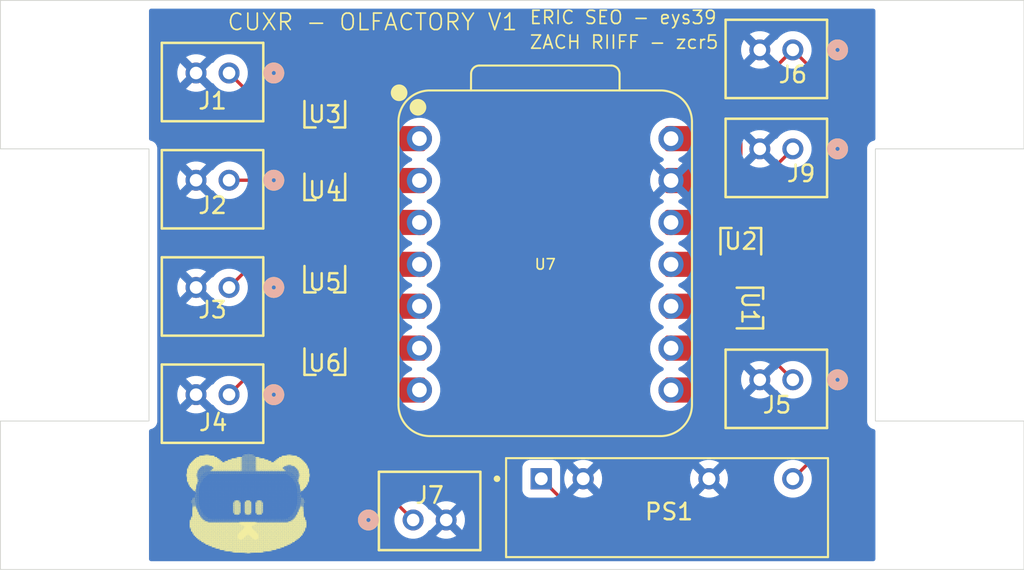
<source format=kicad_pcb>
(kicad_pcb (version 20241229) (generator "pcbnew") (generator_version "9.0")
  (layers (0 "F.Cu" signal) (2 "B.Cu" signal) (13 "F.Paste" user) (15 "B.Paste" user) (5 "F.SilkS" user "F.Silkscreen") (7 "B.SilkS" user "B.Silkscreen") (1 "F.Mask" user) (3 "B.Mask" user) (25 "Edge.Cuts" user))
  (net 0 "")
  (net 1 "5V Fan Out")
  (net 2 "Battery 2 In")
  (net 3 "Atomizer 1 Out")
  (net 4 "Net-(U1-G)")
  (net 5 "12V Fan Out")
  (net 6 "Atomizer 2 Out")
  (net 7 "Atomizer 3 Out")
  (net 8 "Net-(U2-G)")
  (net 9 "Net-(U3-G)")
  (net 10 "Atomizer 4 Out")
  (net 11 "Net-(U4-G)")
  (net 12 "Net-(U5-G)")
  (net 13 "Net-(U6-G)")
  (net 16 "GND")
  (net 19 "Battery 1 In")
  (net 21 "Converter Out")
  (footprint "footprints_connector:CONN2_B2B-PH-K-S_JST" (layer "F.Cu") (at 84.850002 68.9017)
    (property "Reference" "J3" (at -1 1.360398 0) (layer "F.SilkS"))
    (property "Value" "B2B-PH-K-S" (hide yes))
    (pad "1" thru_hole circle (at 0 0) (size 1.27 1.27) (drill 0.762) (layers "*.Cu" "*.Mask") (net 7 "Atomizer 3 Out"))
    (pad "2" thru_hole circle (at -2.000001 0) (size 1.27 1.27) (drill 0.762) (layers "*.Cu" "*.Mask") (net 16 "GND"))
  )
  (footprint "footprints:SOT_12UW-7_DIO" (layer "F.Cu") (at 115.850001 66.0983)
    (property "Reference" "U2" (at 0 0 0) (layer "F.SilkS"))
    (property "Value" "DMG1012UW-7" (hide yes))
    (pad "1" smd rect (at -0.649999 0.9017) (size 0.4572 1.1176) (layers "F.Cu" "F.Mask" "F.Paste") (net 8 "Net-(U2-G)"))
    (pad "2" smd rect (at 0.649999 0.9017) (size 0.4572 1.1176) (layers "F.Cu" "F.Mask" "F.Paste") (net 1 "5V Fan Out"))
    (pad "3" smd rect (at 0 -0.9017) (size 0.4572 1.1176) (layers "F.Cu" "F.Mask" "F.Paste") (net 2 "Battery 2 In"))
  )
  (footprint "MountingHole:MountingHole_3.2mm_M3" (layer "F.Cu") (at 75.5 81.5)
    (property "Reference" "REF**" (hide yes))
    (property "Value" "MountingHole_3.2mm_M3" (hide yes))
    (pad "" np_thru_hole circle (at 0 0) (size 3.2 3.2) (drill 3.2) (layers "*.Cu" "*.Mask"))
  )
  (footprint "footprints_connector:CONN2_B2B-PH-K-S_JST" (layer "F.Cu") (at 84.850001 62.4017)
    (property "Reference" "J2" (at -1 1.526399 0) (layer "F.SilkS"))
    (property "Value" "B2B-PH-K-S" (hide yes))
    (pad "1" thru_hole circle (at 0 0) (size 1.27 1.27) (drill 0.762) (layers "*.Cu" "*.Mask") (net 6 "Atomizer 2 Out"))
    (pad "2" thru_hole circle (at -2.000001 0) (size 1.27 1.27) (drill 0.762) (layers "*.Cu" "*.Mask") (net 16 "GND"))
  )
  (footprint "footprints:SOT_12UW-7_DIO" (layer "F.Cu") (at 116.4017 70.149999 -90)
    (property "Reference" "U1" (at 0 0 270) (layer "F.SilkS"))
    (property "Value" "DMG1012UW-7" (hide yes))
    (pad "1" smd rect (at -0.649999 0.9017 270) (size 0.4572 1.1176) (layers "F.Cu" "F.Mask" "F.Paste") (net 4 "Net-(U1-G)"))
    (pad "2" smd rect (at 0.649999 0.9017 270) (size 0.4572 1.1176) (layers "F.Cu" "F.Mask" "F.Paste") (net 5 "12V Fan Out"))
    (pad "3" smd rect (at 0 -0.9017 270) (size 0.4572 1.1176) (layers "F.Cu" "F.Mask" "F.Paste") (net 21 "Converter Out"))
  )
  (footprint "SeeedStudio_XIAO_nRF52840_v1.1_KiCAD:XIAO-nRF52840-DIP" (layer "F.Cu") (at 104 67.5)
    (property "Reference" "U7" (at 0 0 0) (layer "F.SilkS") (effects (font (size 0.635 0.635) (thickness 0.1016))))
    (property "Value" "XIAO-nRF52840-DIP" (hide yes))
    (pad "1" smd roundrect (at -8.455 -7.62 180) (size 2.432 1.524) (layers "F.Cu" "F.Mask") (roundrect_rratio 0.1))
    (pad "1" thru_hole circle (at -7.62 -7.62 180) (size 1.524 1.524) (drill 0.889) (layers "*.Cu" "*.Mask"))
    (pad "2" smd roundrect (at -8.455 -5.08 180) (size 2.432 1.524) (layers "F.Cu" "F.Mask") (roundrect_rratio 0.1) (net 9 "Net-(U3-G)"))
    (pad "2" thru_hole circle (at -7.62 -5.08 180) (size 1.524 1.524) (drill 0.889) (layers "*.Cu" "*.Mask") (net 9 "Net-(U3-G)"))
    (pad "3" smd roundrect (at -8.455 -2.54 180) (size 2.432 1.524) (layers "F.Cu" "F.Mask") (roundrect_rratio 0.1) (net 11 "Net-(U4-G)"))
    (pad "3" thru_hole circle (at -7.62 -2.54 180) (size 1.524 1.524) (drill 0.889) (layers "*.Cu" "*.Mask") (net 11 "Net-(U4-G)"))
    (pad "4" smd roundrect (at -8.455 0 180) (size 2.432 1.524) (layers "F.Cu" "F.Mask") (roundrect_rratio 0.1) (net 12 "Net-(U5-G)"))
    (pad "4" thru_hole circle (at -7.62 0 180) (size 1.524 1.524) (drill 0.889) (layers "*.Cu" "*.Mask") (net 12 "Net-(U5-G)"))
    (pad "5" smd roundrect (at -8.455 2.54 180) (size 2.432 1.524) (layers "F.Cu" "F.Mask") (roundrect_rratio 0.1) (net 13 "Net-(U6-G)"))
    (pad "5" thru_hole circle (at -7.62 2.54 180) (size 1.524 1.524) (drill 0.889) (layers "*.Cu" "*.Mask") (net 13 "Net-(U6-G)"))
    (pad "6" smd roundrect (at -8.455 5.08 180) (size 2.432 1.524) (layers "F.Cu" "F.Mask") (roundrect_rratio 0.1))
    (pad "6" thru_hole circle (at -7.62 5.08 180) (size 1.524 1.524) (drill 0.889) (layers "*.Cu" "*.Mask"))
    (pad "7" smd roundrect (at -8.455 7.62 180) (size 2.432 1.524) (layers "F.Cu" "F.Mask") (roundrect_rratio 0.1))
    (pad "7" thru_hole circle (at -7.62 7.62 180) (size 1.524 1.524) (drill 0.889) (layers "*.Cu" "*.Mask"))
    (pad "8" thru_hole circle (at 7.62 7.62) (size 1.524 1.524) (drill 0.889) (layers "*.Cu" "*.Mask"))
    (pad "8" smd roundrect (at 8.455 7.62) (size 2.432 1.524) (layers "F.Cu" "F.Mask") (roundrect_rratio 0.1))
    (pad "9" thru_hole circle (at 7.62 5.08) (size 1.524 1.524) (drill 0.889) (layers "*.Cu" "*.Mask"))
    (pad "9" smd roundrect (at 8.455 5.08) (size 2.432 1.524) (layers "F.Cu" "F.Mask") (roundrect_rratio 0.1))
    (pad "10" thru_hole circle (at 7.62 2.54) (size 1.524 1.524) (drill 0.889) (layers "*.Cu" "*.Mask") (net 4 "Net-(U1-G)"))
    (pad "10" smd roundrect (at 8.455 2.54) (size 2.432 1.524) (layers "F.Cu" "F.Mask") (roundrect_rratio 0.1) (net 4 "Net-(U1-G)"))
    (pad "11" thru_hole circle (at 7.62 0) (size 1.524 1.524) (drill 0.889) (layers "*.Cu" "*.Mask") (net 8 "Net-(U2-G)"))
    (pad "11" smd roundrect (at 8.455 0) (size 2.432 1.524) (layers "F.Cu" "F.Mask") (roundrect_rratio 0.1) (net 8 "Net-(U2-G)"))
    (pad "12" thru_hole circle (at 7.62 -2.54) (size 1.524 1.524) (drill 0.889) (layers "*.Cu" "*.Mask"))
    (pad "12" smd roundrect (at 8.455 -2.54) (size 2.432 1.524) (layers "F.Cu" "F.Mask") (roundrect_rratio 0.1))
    (pad "13" thru_hole circle (at 7.62 -5.08) (size 1.524 1.524) (drill 0.889) (layers "*.Cu" "*.Mask") (net 16 "GND"))
    (pad "13" smd roundrect (at 8.455 -5.08) (size 2.432 1.524) (layers "F.Cu" "F.Mask") (roundrect_rratio 0.1) (net 16 "GND"))
    (pad "14" thru_hole circle (at 7.62 -7.62) (size 1.524 1.524) (drill 0.889) (layers "*.Cu" "*.Mask") (net 2 "Battery 2 In"))
    (pad "14" smd roundrect (at 8.455 -7.62) (size 2.432 1.524) (layers "F.Cu" "F.Mask") (roundrect_rratio 0.1) (net 2 "Battery 2 In"))
  )
  (footprint "footprints_connector:CONN2_B2B-PH-K-S_JST" (layer "F.Cu") (at 119 60.5)
    (property "Reference" "J9" (at 0.5 1.5 0) (layer "F.SilkS"))
    (property "Value" "B2B-PH-K-S" (hide yes))
    (pad "1" thru_hole circle (at 0 0) (size 1.27 1.27) (drill 0.762) (layers "*.Cu" "*.Mask") (net 1 "5V Fan Out"))
    (pad "2" thru_hole circle (at -2.000001 0) (size 1.27 1.27) (drill 0.762) (layers "*.Cu" "*.Mask") (net 16 "GND"))
  )
  (footprint "footprints:CONV_2S7BE_0512S3U" (layer "F.Cu") (at 111.38 82.25)
    (property "Reference" "PS1" (at 0.12 0.25 0) (layer "F.SilkS"))
    (property "Value" "2S7BE_0512S3U" (hide yes))
    (pad "1" thru_hole rect (at -7.62 -1.75) (size 1.288 1.288) (drill 0.78) (layers "*.Cu" "*.Mask") (net 2 "Battery 2 In"))
    (pad "2" thru_hole circle (at -5.08 -1.75) (size 1.288 1.288) (drill 0.78) (layers "*.Cu" "*.Mask") (net 16 "GND"))
    (pad "5" thru_hole circle (at 2.54 -1.75) (size 1.288 1.288) (drill 0.78) (layers "*.Cu" "*.Mask") (net 16 "GND"))
    (pad "7" thru_hole circle (at 7.62 -1.75) (size 1.288 1.288) (drill 0.78) (layers "*.Cu" "*.Mask") (net 21 "Converter Out"))
  )
  (footprint "footprints_connector:CONN2_B2B-PH-K-S_JST" (layer "F.Cu") (at 119 54.5)
    (property "Reference" "J6" (at 0 1.5 0) (layer "F.SilkS"))
    (property "Value" "B2B-PH-K-S" (hide yes))
    (pad "1" thru_hole circle (at 0 0) (size 1.27 1.27) (drill 0.762) (layers "*.Cu" "*.Mask") (net 2 "Battery 2 In"))
    (pad "2" thru_hole circle (at -2.000001 0) (size 1.27 1.27) (drill 0.762) (layers "*.Cu" "*.Mask") (net 16 "GND"))
  )
  (footprint "MountingHole:MountingHole_3.2mm_M3" (layer "F.Cu") (at 128.5 81.5)
    (property "Reference" "REF**" (hide yes))
    (property "Value" "MountingHole_3.2mm_M3" (hide yes))
    (pad "" np_thru_hole circle (at 0 0) (size 3.2 3.2) (drill 3.2) (layers "*.Cu" "*.Mask"))
  )
  (footprint "MountingHole:MountingHole_3.2mm_M3" (layer "F.Cu") (at 75.5 56)
    (property "Reference" "REF**" (hide yes))
    (property "Value" "MountingHole_3.2mm_M3" (hide yes))
    (pad "" np_thru_hole circle (at 0 0) (size 3.2 3.2) (drill 3.2) (layers "*.Cu" "*.Mask"))
  )
  (footprint "footprints_connector:CONN2_B2B-PH-K-S_JST" (layer "F.Cu") (at 84.850001 75.4017)
    (property "Reference" "J4" (at -0.960501 1.6924 0) (layer "F.SilkS"))
    (property "Value" "B2B-PH-K-S" (hide yes))
    (pad "1" thru_hole circle (at 0 0) (size 1.27 1.27) (drill 0.762) (layers "*.Cu" "*.Mask") (net 10 "Atomizer 4 Out"))
    (pad "2" thru_hole circle (at -2.000001 0) (size 1.27 1.27) (drill 0.762) (layers "*.Cu" "*.Mask") (net 16 "GND"))
  )
  (footprint "footprints:SOT_12UW-7_DIO" (layer "F.Cu") (at 90.649999 58.4017 180)
    (property "Reference" "U3" (at 0 0 0) (layer "F.SilkS"))
    (property "Value" "DMG1012UW-7" (hide yes))
    (pad "1" smd rect (at -0.649999 0.9017 180) (size 0.4572 1.1176) (layers "F.Cu" "F.Mask" "F.Paste") (net 9 "Net-(U3-G)"))
    (pad "2" smd rect (at 0.649999 0.9017 180) (size 0.4572 1.1176) (layers "F.Cu" "F.Mask" "F.Paste") (net 3 "Atomizer 1 Out"))
    (pad "3" smd rect (at 0 -0.9017 180) (size 0.4572 1.1176) (layers "F.Cu" "F.Mask" "F.Paste") (net 19 "Battery 1 In"))
  )
  (footprint "footprints:SOT_12UW-7_DIO" (layer "F.Cu") (at 90.649999 68.4017 180)
    (property "Reference" "U5" (at 0 -0.183245 0) (layer "F.SilkS"))
    (property "Value" "DMG1012UW-7" (hide yes))
    (pad "1" smd rect (at -0.649999 0.9017 180) (size 0.4572 1.1176) (layers "F.Cu" "F.Mask" "F.Paste") (net 12 "Net-(U5-G)"))
    (pad "2" smd rect (at 0.649999 0.9017 180) (size 0.4572 1.1176) (layers "F.Cu" "F.Mask" "F.Paste") (net 7 "Atomizer 3 Out"))
    (pad "3" smd rect (at 0 -0.9017 180) (size 0.4572 1.1176) (layers "F.Cu" "F.Mask" "F.Paste") (net 19 "Battery 1 In"))
  )
  (footprint "footprints:SOT_12UW-7_DIO" (layer "F.Cu") (at 90.649999 62.8034 180)
    (property "Reference" "U4" (at 0 -0.199127 0) (layer "F.SilkS"))
    (property "Value" "DMG1012UW-7" (hide yes))
    (pad "1" smd rect (at -0.649999 0.9017 180) (size 0.4572 1.1176) (layers "F.Cu" "F.Mask" "F.Paste") (net 11 "Net-(U4-G)"))
    (pad "2" smd rect (at 0.649999 0.9017 180) (size 0.4572 1.1176) (layers "F.Cu" "F.Mask" "F.Paste") (net 6 "Atomizer 2 Out"))
    (pad "3" smd rect (at 0 -0.9017 180) (size 0.4572 1.1176) (layers "F.Cu" "F.Mask" "F.Paste") (net 19 "Battery 1 In"))
  )
  (footprint "footprints_connector:CONN2_B2B-PH-K-S_JST" (layer "F.Cu") (at 84.850001 55.9017)
    (property "Reference" "J1" (at -1 1.6924 0) (layer "F.SilkS"))
    (property "Value" "B2B-PH-K-S" (hide yes))
    (pad "1" thru_hole circle (at 0 0) (size 1.27 1.27) (drill 0.762) (layers "*.Cu" "*.Mask") (net 3 "Atomizer 1 Out"))
    (pad "2" thru_hole circle (at -2.000001 0) (size 1.27 1.27) (drill 0.762) (layers "*.Cu" "*.Mask") (net 16 "GND"))
  )
  (footprint "Custom:CUXR_Logo_Halftone" (layer "F.Cu") (at 86 82)
    (property "Reference" "G***" (hide yes))
    (property "Value" "LOGO" (hide yes))
  )
  (footprint "footprints_connector:CONN2_B2B-PH-K-S_JST" (layer "F.Cu") (at 95.999999 83 180)
    (property "Reference" "J7" (at -1.000002 1.5 0) (layer "F.SilkS"))
    (property "Value" "B2B-PH-K-S" (hide yes))
    (pad "1" thru_hole circle (at 0 0 180) (size 1.27 1.27) (drill 0.762) (layers "*.Cu" "*.Mask") (net 19 "Battery 1 In"))
    (pad "2" thru_hole circle (at -2.000001 0 180) (size 1.27 1.27) (drill 0.762) (layers "*.Cu" "*.Mask") (net 16 "GND"))
  )
  (footprint "footprints_connector:CONN2_B2B-PH-K-S_JST" (layer "F.Cu") (at 119.000001 74.499999)
    (property "Reference" "J5" (at -0.960501 1.526399 0) (layer "F.SilkS"))
    (property "Value" "B2B-PH-K-S" (hide yes))
    (pad "1" thru_hole circle (at 0 0) (size 1.27 1.27) (drill 0.762) (layers "*.Cu" "*.Mask") (net 5 "12V Fan Out"))
    (pad "2" thru_hole circle (at -2.000001 0) (size 1.27 1.27) (drill 0.762) (layers "*.Cu" "*.Mask") (net 16 "GND"))
  )
  (footprint "MountingHole:MountingHole_3.2mm_M3" (layer "F.Cu") (at 128.5 56)
    (property "Reference" "REF**" (hide yes))
    (property "Value" "MountingHole_3.2mm_M3" (hide yes))
    (pad "" np_thru_hole circle (at 0 0) (size 3.2 3.2) (drill 3.2) (layers "*.Cu" "*.Mask"))
  )
  (footprint "footprints:SOT_12UW-7_DIO" (layer "F.Cu") (at 90.649999 73.4017 180)
    (property "Reference" "U6" (at 0 -0.095772 0) (layer "F.SilkS"))
    (property "Value" "DMG1012UW-7" (hide yes))
    (pad "1" smd rect (at -0.649999 0.9017 180) (size 0.4572 1.1176) (layers "F.Cu" "F.Mask" "F.Paste") (net 13 "Net-(U6-G)"))
    (pad "2" smd rect (at 0.649999 0.9017 180) (size 0.4572 1.1176) (layers "F.Cu" "F.Mask" "F.Paste") (net 10 "Atomizer 4 Out"))
    (pad "3" smd rect (at 0 -0.9017 180) (size 0.4572 1.1176) (layers "F.Cu" "F.Mask" "F.Paste") (net 19 "Battery 1 In"))
  )
  (gr_poly (pts (xy 133 51.5) (xy 71 51.5) (xy 71 60.5) (xy 80 60.5) (xy 80 77) (xy 71 77) (xy 71 86) (xy 133 86) (xy 133 77) (xy 124 77) (xy 124 60.5) (xy 133 60.5)) (stroke (width 0.05)) (fill no) (layer "Edge.Cuts"))
  (gr_text "ZACH RIIFF - zcr5" (at 103 54.5 0) (layer "F.SilkS") (effects (font (size 0.8 0.8) (thickness 0.1)) (justify left bottom)))
  (gr_text "CUXR - OLFACTORY V1" (at 84.684007 53.393614 0) (layer "F.SilkS") (effects (font (size 1 1) (thickness 0.1)) (justify left bottom)))
  (gr_text "ERIC SEO - eys39" (at 103 53 0) (layer "F.SilkS") (effects (font (size 0.8 0.8) (thickness 0.1)) (justify left bottom)))
  (segment (start 116.5 67) (end 116.5 63) (width 0.2) (layer "F.Cu") (net 1))
  (segment (start 116.5 63) (end 119 60.5) (width 0.2) (layer "F.Cu") (net 1))
  (segment (start 113.62 59.88) (end 111.62 59.88) (width 0.2) (layer "F.Cu") (net 2))
  (segment (start 123 81) (end 123 58.5) (width 0.2) (layer "F.Cu") (net 2))
  (segment (start 105.76 82.5) (end 121.5 82.5) (width 0.2) (layer "F.Cu") (net 2))
  (segment (start 115.850001 57.649999) (end 119 54.5) (width 0.2) (layer "F.Cu") (net 2))
  (segment (start 115.850001 65.1966) (end 115.850001 57.649999) (width 0.2) (layer "F.Cu") (net 2))
  (segment (start 119 54.5) (end 113.62 59.88) (width 0.2) (layer "F.Cu") (net 2))
  (segment (start 121.5 82.5) (end 123 81) (width 0.2) (layer "F.Cu") (net 2))
  (segment (start 103.76 80.5) (end 105.76 82.5) (width 0.2) (layer "F.Cu") (net 2))
  (segment (start 123 58.5) (end 119 54.5) (width 0.2) (layer "F.Cu") (net 2))
  (segment (start 86.448301 57.5) (end 90 57.5) (width 0.2) (layer "F.Cu") (net 3))
  (segment (start 84.850001 55.9017) (end 86.448301 57.5) (width 0.2) (layer "F.Cu") (net 3))
  (segment (start 114.46 70.04) (end 112.455 70.04) (width 0.2) (layer "F.Cu") (net 4))
  (segment (start 115.5 69.5) (end 115 69.5) (width 0.2) (layer "F.Cu") (net 4))
  (segment (start 115 69.5) (end 114.46 70.04) (width 0.2) (layer "F.Cu") (net 4))
  (segment (start 119.000001 74.499999) (end 115.5 70.999998) (width 0.2) (layer "F.Cu") (net 5))
  (segment (start 115.5 70.999998) (end 115.5 70.799998) (width 0.2) (layer "F.Cu") (net 5))
  (segment (start 84.850001 62.4017) (end 89.5 62.4017) (width 0.2) (layer "F.Cu") (net 6))
  (segment (start 89.5 62.4017) (end 90 61.9017) (width 0.2) (layer "F.Cu") (net 6))
  (segment (start 84.850002 68.9017) (end 86.251702 67.5) (width 0.2) (layer "F.Cu") (net 7))
  (segment (start 86.251702 67.5) (end 90 67.5) (width 0.2) (layer "F.Cu") (net 7))
  (segment (start 112.955 67) (end 112.455 67.5) (width 0.2) (layer "F.Cu") (net 8))
  (segment (start 115.200002 67) (end 112.955 67) (width 0.2) (layer "F.Cu") (net 8))
  (segment (start 91.299998 58.174998) (end 95.545 62.42) (width 0.2) (layer "F.Cu") (net 9))
  (segment (start 91.299998 57.5) (end 91.299998 58.174998) (width 0.2) (layer "F.Cu") (net 9))
  (segment (start 84.850001 75.4017) (end 87.751701 72.5) (width 0.2) (layer "F.Cu") (net 10))
  (segment (start 87.751701 72.5) (end 90 72.5) (width 0.2) (layer "F.Cu") (net 10))
  (segment (start 92.4867 61.9017) (end 95.545 64.96) (width 0.2) (layer "F.Cu") (net 11))
  (segment (start 91.299998 61.9017) (end 92.4867 61.9017) (width 0.2) (layer "F.Cu") (net 11))
  (segment (start 91.299998 67.5) (end 95.545 67.5) (width 0.2) (layer "F.Cu") (net 12))
  (segment (start 93.085 72.5) (end 95.545 70.04) (width 0.2) (layer "F.Cu") (net 13))
  (segment (start 91.299998 72.5) (end 93.085 72.5) (width 0.2) (layer "F.Cu") (net 13))
  (segment (start 90.649999 74.3034) (end 90.649999 77.65) (width 0.2) (layer "F.Cu") (net 19))
  (segment (start 90.649999 59.3034) (end 90.649999 63.7051) (width 0.2) (layer "F.Cu") (net 19))
  (segment (start 90.649999 69.3034) (end 90.649999 74.3034) (width 0.2) (layer "F.Cu") (net 19))
  (segment (start 90.649999 63.7051) (end 90.649999 69.3034) (width 0.2) (layer "F.Cu") (net 19))
  (segment (start 90.649999 77.65) (end 95.999999 83) (width 0.2) (layer "F.Cu") (net 19))
  (segment (start 120.5 79) (end 120.5 72.5) (width 0.2) (layer "F.Cu") (net 21))
  (segment (start 119 80.5) (end 120.5 79) (width 0.2) (layer "F.Cu") (net 21))
  (segment (start 120.5 72.5) (end 118.149999 70.149999) (width 0.2) (layer "F.Cu") (net 21))
  (segment (start 118.149999 70.149999) (end 117.3034 70.149999) (width 0.2) (layer "F.Cu") (net 21))
  (zone (net 16) (net_name "GND") (layer "B.Cu") (connect_pads (clearance 0.5)) (min_thickness 0.25) (fill yes (thermal_gap 0.5) (thermal_bridge_width 0.5))
    (polygon (pts (xy 80 51.5) (xy 124 51.5) (xy 124 86) (xy 80 86)))
  )
)
</source>
